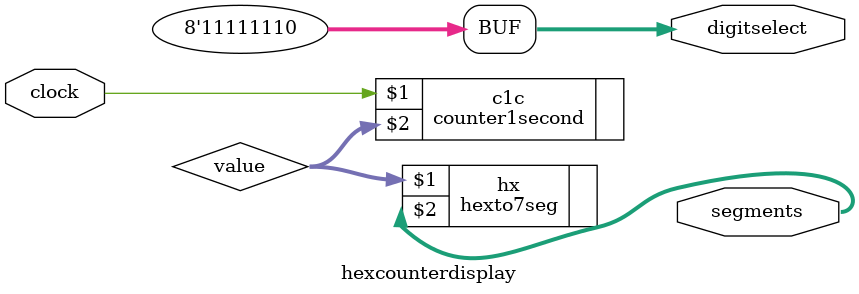
<source format=sv>
`timescale 1ns / 1ps


module hexcounterdisplay(
    input wire clock,
    output wire [7:0] digitselect,
    output wire [7:0] segments
    );
    
    wire [3:0] value;
    
    assign digitselect = ~(8'b0000_0001);
    
    counter1second c1c(clock, value);
    hexto7seg hx(value, segments);    
    
endmodule

</source>
